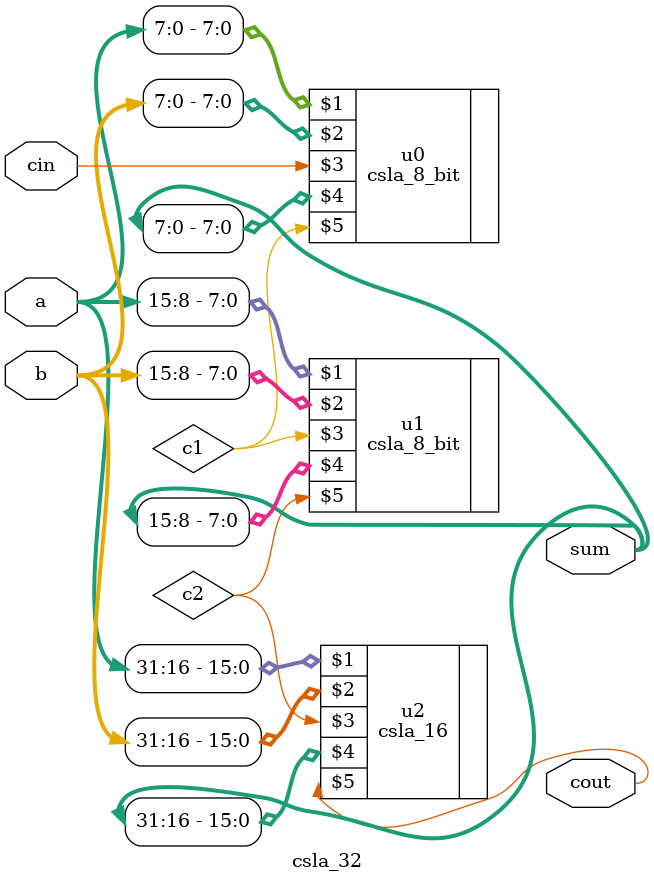
<source format=v>
`timescale 1ns / 1ps


module csla_32(a,b,cin,sum,cout);
input [31:0]a,b;
input cin;
output [31:0]sum;
output cout;
wire c1,c2;
csla_8_bit u0(a[7:0],b[7:0],cin,sum[7:0],c1);
csla_8_bit u1(a[15:8],b[15:8],c1,sum[15:8],c2);
csla_16 u2(a[31:16],b[31:16],c2,sum[31:16],cout);
endmodule

</source>
